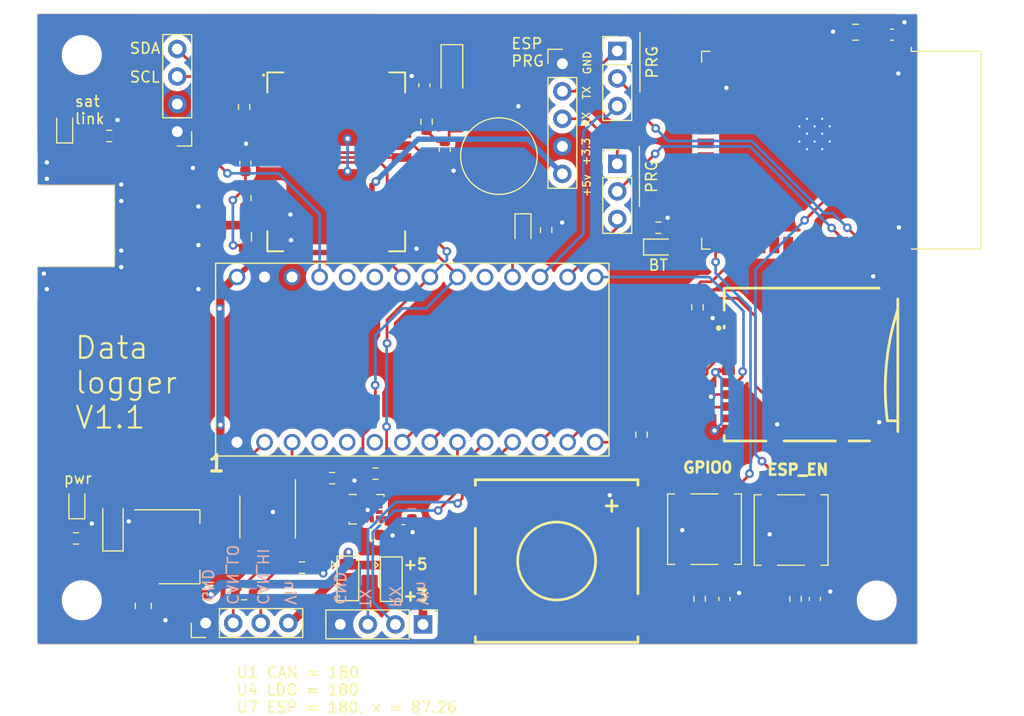
<source format=kicad_pcb>
(kicad_pcb (version 20221018) (generator pcbnew)
  (layers (0 "F.Cu" signal) (31 "B.Cu" signal) (34 "B.Paste" user) (35 "F.Paste" user) (36 "B.SilkS" user "B.Silkscreen") (37 "F.SilkS" user "F.Silkscreen") (38 "B.Mask" user) (39 "F.Mask" user) (44 "Edge.Cuts" user))
  (net 0 "")
  (net 1 "GND")
  (net 2 "/RF")
  (net 3 "BACKUP")
  (net 4 "Net-(C2-Pad2)")
  (net 5 "+5V")
  (net 6 "+3.3V")
  (net 7 "ESP_EN")
  (net 8 "IO0")
  (net 9 "Net-(D1-K)")
  (net 10 "LED1")
  (net 11 "Net-(D2-K)")
  (net 12 "Net-(D3-K)")
  (net 13 "LED2")
  (net 14 "Net-(J1-Pin_1)")
  (net 15 "RX2")
  (net 16 "TX2")
  (net 17 "CAN_LO")
  (net 18 "CAN_HI")
  (net 19 "ESP_RX_OUT")
  (net 20 "U0RXD")
  (net 21 "ESP_RX")
  (net 22 "ESP_TX_OUT")
  (net 23 "U0TXD")
  (net 24 "ESP_TX")
  (net 25 "SPK")
  (net 26 "Net-(U1-Rs)")
  (net 27 "Net-(U3-VCC_RF)")
  (net 28 "Net-(U3-D_SEL)")
  (net 29 "SDA")
  (net 30 "SCL")
  (net 31 "CAN_TX")
  (net 32 "CAN_RX")
  (net 35 "PPS")
  (net 47 "Net-(J2-Pin_4)")
  (net 48 "Net-(D5-K)")
  (net 49 "Net-(D5-A)")
  (net 78 "MISO")
  (net 79 "MOSI")
  (net 80 "CS")
  (net 84 "CLK")
  (net 88 "SD_DET")
  (net 97 "ESP_IO")
  (net 100 "Net-(D4-K)")
  (footprint "Connector_PinHeader_2.54mm:PinHeader_1x03_P2.54mm_Vertical" (layer "F.Cu") (at 70.3586 28.6244)
    (fp_text reference "J3" hide)
    (fp_text value "Conn_01x03" hide)
  )
  (footprint "Resistor_SMD:R_0603_1608Metric" (layer "F.Cu") (at 52.7818 24.7382 90)
    (fp_text reference "R3" hide)
    (fp_text value "1k")
  )
  (footprint "Button_Switch_SMD:SW_SPST_B3SL-1022P" (layer "F.Cu") (at 78.3982 62.3222 90)
    (fp_text reference "S2" hide)
    (fp_text value "TL3342F160QG" hide)
  )
  (footprint "Inductor_SMD:L_0805_2012Metric" (layer "F.Cu") (at 36.0812 35.3439 -90)
    (fp_text reference "L1" hide)
    (fp_text value "27nH")
  )
  (footprint "MountingHole:MountingHole_3.2mm_M3" (layer "F.Cu") (at 94.2766 68.8994)
    (fp_text reference "REF**" hide)
    (fp_text value "MountingHole_3.2mm_M3" hide)
  )
  (footprint "Resistor_SMD:R_0603_1608Metric" (layer "F.Cu") (at 86.7924 68.7574 90)
    (fp_text reference "R10" hide)
    (fp_text value "10k" hide)
  )
  (footprint "Capacitor_SMD:C_0805_2012Metric" (layer "F.Cu") (at 26.6706 69.3914 -90)
    (fp_text reference "C4" hide)
    (fp_text value "10uF")
  )
  (footprint "Resistor_SMD:R_0603_1608Metric" (layer "F.Cu") (at 35.967 23.3666 -90)
    (fp_text reference "R7" hide)
    (fp_text value "10k" hide)
  )
  (footprint "LED_SMD:LED_0603_1608Metric" (layer "F.Cu") (at 61.6718 34.7203 -90)
    (fp_text reference "D3" hide)
    (fp_text value "LED GRN" hide)
  )
  (footprint "Connector_PinHeader_2.54mm:PinHeader_1x05_P2.54mm_Vertical" (layer "F.Cu") (at 65.3 19.39)
    (fp_text reference "J5" hide)
    (fp_text value "Conn_01x05" hide)
  )
  (footprint "Resistor_SMD:R_0603_1608Metric" (layer "F.Cu") (at 77.9532 68.7452 90)
    (fp_text reference "R11" hide)
    (fp_text value "10k" hide)
  )
  (footprint "Capacitor_SMD:C_0603_1608Metric" (layer "F.Cu") (at 95.6824 16.7118)
    (fp_text reference "C7" hide)
    (fp_text value "100nF" hide)
  )
  (footprint "MountingHole:MountingHole_3.2mm_M3" (layer "F.Cu") (at 21 18.59)
    (fp_text reference "REF**" hide)
    (fp_text value "MountingHole_3.2mm_M3" hide)
  )
  (footprint "Package_SO:SOIC-8_3.9x4.9mm_P1.27mm" (layer "F.Cu") (at 38.1336 61.2004 -90)
    (fp_text reference "U1" hide)
    (fp_text value "TJA1050T/CM,118" hide)
  )
  (footprint "Capacitor_SMD:C_0603_1608Metric" (layer "F.Cu") (at 80.2392 68.7582 -90)
    (fp_text reference "C13" hide)
    (fp_text value "100nF" hide)
  )
  (footprint "Buzzer_Beeper:BUZ-SMD_5P-L15.0-W15.0-P13.7-BL" (layer "F.Cu") (at 64.7706 64.8194 180)
    (fp_text reference "LS1" hide)
    (fp_text value "Speaker" hide)
  )
  (footprint "RF_Module:ESP32-WROOM-32D" (layer "F.Cu") (at 88.0166 27.3668 -90)
    (fp_text reference "U7" hide)
    (fp_text value "ESP32-WROOM-32D")
  )
  (footprint "Battery:BatteryHolder_Seiko_MS621F" (layer "F.Cu") (at 59.4486 22.9094 90)
    (fp_text reference "BT1" hide)
    (fp_text value "Battery_Cell" hide)
  )
  (footprint "Capacitor_Tantalum_SMD:CP_EIA-3216-18_Kemet-A" (layer "F.Cu") (at 23.8766 62.0254 90)
    (fp_text reference "C10" hide)
    (fp_text value "C_Polarized_Small_US" hide)
  )
  (footprint "LED_SMD:LED_0603_1608Metric" (layer "F.Cu") (at 19.425 25.2125 90)
    (fp_text reference "D1" hide)
    (fp_text value "LED RED" hide)
  )
  (footprint "Connector_PinHeader_2.54mm:PinHeader_1x04_P2.54mm_Vertical" (layer "F.Cu") (at 29.8 25.65 180)
    (fp_text reference "J6" hide)
    (fp_text value "GPS1" hide)
  )
  (footprint "Diode_SMD:D_SOD-123" (layer "F.Cu") (at 55.1186 19.9894 -90)
    (fp_text reference "D2" hide)
    (fp_text value "D_Schottky" hide)
  )
  (footprint "Button_Switch_SMD:SW_SPST_B3SL-1022P" (layer "F.Cu") (at 86.3804 62.3984 90)
    (fp_text reference "S1" hide)
    (fp_text value "TL3342F160QG" hide)
  )
  (footprint "Resistor_SMD:R_0603_1608Metric" (layer "F.Cu") (at 72.5938 53.6048 -90)
    (fp_text reference "R13" hide)
    (fp_text value "20k")
  )
  (footprint "Package_TO_SOT_SMD:SOT-223-3_TabPin2" (layer "F.Cu") (at 29.9806 63.9474)
    (fp_text reference "U4" hide)
    (fp_text value "LD1117S18TR_SOT223" hide)
  )
  (footprint "Jumper:SolderJumper-3_P1.3mm_Open_Pad1.0x1.5mm" (layer "F.Cu") (at 49.5283 66.9358 -90)
    (fp_text reference "JP1" hide)
    (fp_text value "SolderJumper_3_Open" hide)
  )
  (footprint "Resistor_SMD:R_0603_1608Metric" (layer "F.Cu") (at 41.2954 65.869)
    (fp_text reference "R2" hide)
    (fp_text value "10k")
  )
  (footprint "Connector_PinHeader_2.54mm:PinHeader_1x04_P2.54mm_Vertical" (layer "F.Cu") (at 52.4516 71.1064 -90)
    (fp_text reference "J1" hide)
    (fp_text value "SERIAL1")
  )
  (footprint "Resistor_SMD:R_0603_1608Metric" (layer "F.Cu") (at 36.0812 31.7814 90)
    (fp_text reference "R6" hide)
    (fp_text value "10")
  )
  (footprint "Capacitor_SMD:C_0603_1608Metric" (layer "F.Cu") (at 88.5704 68.7574 -90)
    (fp_text reference "C12" hide)
    (fp_text value "100nF" hide)
  )
  (footprint "Resistor_SMD:R_0603_1608Metric" (layer "F.Cu") (at 44.0772 57.614)
    (fp_text reference "R8" hide)
    (fp_text value "10k" hide)
  )
  (footprint "DEV-15583:MODULE_DEV-15583" (layer "F.Cu") (at 51.8166 46.6838 90)
    (fp_text reference "U6" hide)
    (fp_text value "DEV-15583" hide)
  )
  (footprint "Connector_Card:TF-SMD_TF-013-A" (layer "F.Cu") (at 88.1465 47.2 90)
    (fp_text reference "J7" hide)
    (fp_text value "Micro_SD_Card" hide)
  )
  (footprint "Capacitor_SMD:C_0603_1608Metric" (layer "F.Cu") (at 54.4582 27.329 90)
    (fp_text reference "C1" hide)
    (fp_text value "1uF")
  )
  (footprint "MountingHole:MountingHole_3.2mm_M3" (layer "F.Cu") (at 21 68.8834)
    (fp_text reference "REF**" hide)
    (fp_text value "MountingHole_3.2mm_M3" hide)
  )
  (footprint "Resistor_SMD:R_0603_1608Metric" (layer "F.Cu") (at 63.8054 34.7336 -90)
    (fp_text reference "R4" hide)
    (fp_text value "20k" hide)
  )
  (footprint "Capacitor_SMD:C_0603_1608Metric" (layer "F.Cu") (at 36.0812 28.5294 -90)
    (fp_text reference "C2" hide)
    (fp_text value "47pF")
  )
  (footprint "Resistor_SMD:R_0603_1608Metric" (layer "F.Cu") (at 23.53 26.055 180)
    (fp_text reference "R1" hide)
    (fp_text value "20k" hide)
  )
  (footprint "LED_SMD:LED_0603_1608Metric" (layer "F.Cu") (at 20.55 59.875 90)
    (fp_text reference "D4" hide)
    (fp_text value "LED RED" hide)
  )
  (footprint "Resistor_SMD:R_0603_1608Metric" (layer "F.Cu") (at 77.75 41.85 90)
    (fp_text reference "R14" hide)
    (fp_text value "10k" hide)
  )
  (footprint "Resistor_SMD:R_0603_1608Metric" (layer "F.Cu") (at 48.0772 57.2076 180)
    (fp_text reference "R9" hide)
    (fp_text value "10k" hide)
  )
  (footprint "Package_LGA:LGA-14_3x2.5mm_P0.5mm_LayoutBorder3x4y" (layer "F.Cu") (at 47.25 60.4875)
    (fp_text reference "U2" hide)
    (fp_text value "LSM6DS3" hide)
  )
  (footprint "Resistor_SMD:R_0603_1608Metric" (layer "F.Cu") (at 74.1432 34.5172 180)
    (fp_text reference "R12" hide)
    (fp_text value "20k" hide)
  )
  (footprint "Resistor_SMD:R_0603_1608Metric" (layer "F.Cu") (at 20.475 63.175 180)
    (fp_text reference "R15" hide)
    (fp_text value "20k" hide)
  )
  (footprint "Capacitor_SMD:C_0603_1608Metric" (layer "F.Cu") (at 52.5786 21.3724 -90)
    (fp_text reference "C3" hide)
    (fp_text value "1uF")
  )
  (footprint "RF_Antenna:molex_ 0732519780" (layer "F.Cu") (at 24.02 34.35 -90)
    (fp_text reference "ANT1" hide)
    (fp_text value "U.FL" hide)
  )
  (footprint "Capacitor_SMD:C_0805_2012Metric" (layer "F.Cu") (at 92.3296 16.4832)
    (fp_text reference "C8" hide)
    (fp_text value "10uF" hide)
  )
  (footprint "Resistor_SMD:R_0603_1608Metric" (layer "F.Cu") (at 35.9746 68.3124)
    (fp_text reference "R5" hide)
    (fp_text value "120" hide)
  )
  (footprint "Jumper:SolderJumper-3_P1.3mm_Open_Pad1.0x1.5mm" (layer "F.Cu") (at 45.525 66.8642 -90)
    (fp_text reference "JP2" hide)
    (fp_text value "SolderJumper_3_Open" hide)
  )
  (footprint "Connector_PinHeader_2.54mm:PinHeader_1x04_P2.54mm_Vertical" (layer "F.Cu") (at 32.4186 70.9794 90)
    (fp_text reference "J2" hide)
    (fp_text value "Conn_01x04" hide)
  )
  (footprint "Feather-NEO-M9N-GPS:NEO-M9N" (layer "F.Cu") (at 44.4562 28.4394 180)
    (fp_text reference "U3" hide)
    (fp_text value "NEO-M9N" hide)
  )
  (footprint "Capacitor_SMD:C_0603_1608Metric" (layer "F.Cu") (at 47.675 62.85)
    (fp_text reference "C14" hide)
    (fp_text value "100nF" hide)
  )
  (footprint "Capacitor_SMD:C_0603_1608Metric" (layer "F.Cu") (at 50.65 61.4)
    (fp_text reference "C11" hide)
    (fp_text value "100nF" hide)
  )
  (footprint "LED_SMD:LED_0603_1608Metric" (layer "F.Cu") (at 74.2702 36.2952)
    (fp_text reference "D5" hide)
    (fp_text value "LED BLU" hide)
  )
  (footprint "Connector_PinHeader_2.54mm:PinHeader_1x03_P2.54mm_Vertical" (layer "F.Cu") (at 70.3586 18.2104)
    (fp_text reference "J4" hide)
    (fp_text value "Conn_01x03" hide)
  )
  (gr_line (start 72.45 16.5) (end 72.45 22) (stroke (width 0.12)) (layer "F.SilkS"))
  (gr_line (start 72.4 27.05) (end 72.4 32.55) (stroke (width 0.12)) (layer "F.SilkS"))
  (gr_poly (pts (xy 16.8916 27.6084) (xy 16.893496 30.5874) (xy 24.005496 30.5874) (xy 24.005496 38.0914) (xy 16.893496 38.0914) (xy 16.893496 40.9434) (xy 16.893496 45.2614) (xy 16.893496 72.9474) (xy 98.046496 72.9474) (xy 98.046496 14.7814) (xy 16.87 14.77)) (stroke (width 0.05)) (fill none) (layer "Edge.Cuts"))
  (gr_text "TX\n" (at 46.4826 69.6454 270) (layer "B.SilkS") (effects (font (size 1 1)) (justify left bottom mirror)))
  (gr_text "Vin" (at 51.7866 69.4194 270) (layer "B.SilkS") (effects (font (size 1 1)) (justify left bottom mirror)))
  (gr_text "CAN_HI\n" (at 37.0846 69.3914 270) (layer "B.SilkS") (effects (font (size 1 1)) (justify left bottom mirror)))
  (gr_text "Vin" (at 39.6246 69.3914 270) (layer "B.SilkS") (effects (font (size 1 1)) (justify left bottom mirror)))
  (gr_text "GND\n" (at 32.0046 69.1374 270) (layer "B.SilkS") (effects (font (size 1 1)) (justify left bottom mirror)))
  (gr_text "RX" (at 49.2766 69.6454 270) (layer "B.SilkS") (effects (font (size 1 1)) (justify left bottom mirror)))
  (gr_text "CAN_LO" (at 34.2906 69.3914 -90) (layer "B.SilkS") (effects (font (size 1 1)) (justify left bottom mirror)))
  (gr_text "GND\n" (at 44.1966 69.3914 270) (layer "B.SilkS") (effects (font (size 1 1)) (justify left bottom mirror)))
  (gr_text "GND" (at 68 20.45 90) (layer "F.SilkS") (effects (font (size 0.7 0.7) (thickness 0.125)) (justify left bottom)))
  (gr_text "PRG" (at 60.5 19.725) (layer "F.SilkS") (effects (font (size 1 1)) (justify left bottom)))
  (gr_text "SCL\n" (at 25.325 21.2) (layer "F.SilkS") (effects (font (size 1 1)) (justify left bottom)))
  (gr_text "+3" (at 50.5217 69.0464) (layer "F.SilkS") (effects (font (size 1 1) (thickness 0.24) bold) (justify left bottom)))
  (gr_text "sat\nlink\n" (at 20.275 25.05) (layer "F.SilkS") (effects (font (size 1 1)) (justify left bottom)))
  (gr_text "PRG" (at 74.15 20.85 90) (layer "F.SilkS") (effects (font (size 1 1)) (justify left bottom)))
  (gr_text "BT" (at 73.15 38.55) (layer "F.SilkS") (effects (font (size 1 1)) (justify left bottom)))
  (gr_text "PRG" (at 74.1 31.4 90) (layer "F.SilkS") (effects (font (size 1 1)) (justify left bottom)))
  (gr_text "+3.3\n" (at 67.9 28.85 90) (layer "F.SilkS") (effects (font (size 0.7 0.7) (thickness 0.125)) (justify left bottom)))
  (gr_text "1" (at 32.512 57.15) (layer "F.SilkS") (effects (font (size 1.5 1.5) (thickness 0.3) bold) (justify left bottom)))
  (gr_text "RX\n" (at 67.9 25.3 90) (layer "F.SilkS") (effects (font (size 0.7 0.7) (thickness 0.125)) (justify left bottom)))
  (gr_text "ESP\n" (at 60.5 18.125) (layer "F.SilkS") (effects (font (size 1 1)) (justify left bottom)))
  (gr_text "+5" (at 50.54 66.15) (layer "F.SilkS") (effects (font (size 1 1) (thickness 0.2) bold) (justify left bottom)))
  (gr_text "pwr\n" (at 19.25 58.225) (layer "F.SilkS") (effects (font (size 1 1)) (justify left bottom)))
  (gr_text "+5v" (at 67.95 31.75 90) (layer "F.SilkS") (effects (font (size 0.7 0.7) (thickness 0.125)) (justify left bottom)))
  (gr_text "U1 CAN = 180\nU4 LDO = 180\nU7 ESP = 180, x = 87.26" (at 35.18 79.34) (layer "F.SilkS") (effects (font (size 1 1)) (justify left bottom)))
  (gr_text "Data \nlogger \nV1.1\n" (at 20.25 53.2) (layer "F.SilkS") (effects (font (size 2 2) (thickness 0.2)) (justify left bottom)))
  (gr_text "GPIO0" (at 76.3 57.225) (layer "F.SilkS") (effects (font (size 1 1) (thickness 0.25) bold) (justify left bottom)))
  (gr_text "SDA\n" (at 25.325 18.55) (layer "F.SilkS") (effects (font (size 1 1)) (justify left bottom)))
  (gr_text "TX" (at 67.95 22.75 90) (layer "F.SilkS") (effects (font (size 0.7 0.7) (thickness 0.125)) (justify left bottom)))
  (gr_text "ESP_EN" (at 84.05 57.425) (layer "F.SilkS") (effects (font (size 1 1) (thickness 0.25) bold) (justify left bottom)))
  (segment (start 26.9322 70.4664) (end 28.4562 70.4664) (width 0.25) (layer "F.Cu") (net 1))
  (segment (start 76.353 62.4146) (end 76.3982 62.4598) (width 0.25) (layer "F.Cu") (net 1))
  (segment (start 38.7686 58.7254) (end 38.7686 60.5858) (width 0.25) (layer "F.Cu") (net 1))
  (segment (start 54.4582 28.4466) (end 55.271 29.2594) (width 0.25) (layer "F.Cu") (net 1))
  (segment (start 63.8054 33.9086) (end 65.1526 33.9086) (width 0.25) (layer "F.Cu") (net 1))
  (segment (start 24.355 26.055) (end 24.355 24.6448) (width 0.25) (layer "F.Cu") (net 1))
  (segment (start 36.0812 26.8338) (end 36.1448 26.7702) (width 0.25) (layer "F.Cu") (net 1))
  (segment (start 74.9682 33.6318) (end 75 33.6) (width 0.25) (layer "F.Cu") (net 1))
  (segment (start 65.1526 33.9086) (end 65.2786 34.0346) (width 0.25) (layer "F.Cu") (net 1))
  (segment (start 42.7228 65.869) (end 43.2512 66.3974) (width 0.25) (layer "F.Cu") (net 1))
  (segment (start 51.474 61.4316) (end 51.474 62.574) (width 0.25) (layer "F.Cu") (net 1))
  (segment (start 89.8964 67.9824) (end 89.9928 68.0788) (width 0.25) (layer "F.Cu") (net 1))
  (segment (start 38.4562 33.2394) (end 40.1756 33.2394) (width 0.25) (layer "F.Cu") (net 1))
  (segment (start 80.2392 67.9832) (end 81.3628 67.9832) (width 0.25) (layer "F.Cu") (net 1))
  (segment (start 84.3804 62.7712) (end 84.4048 62.7956) (width 0.25) (layer "F.Cu") (net 1))
  (segment (start 80.5965 42.85) (end 79.15 42.85) (width 0.25) (layer "F.Cu") (net 1))
  (segment (start 95.2465 54.05) (end 95.2465 53.1965) (width 0.25) (layer "F.Cu") (net 1))
  (segment (start 79.2 49.9) (end 79 50.1) (width 0.25) (layer "F.Cu") (net 1))
  (segment (start 96.7498 16.7626) (end 96.7498 15.6444) (width 0.25) (layer "F.Cu") (net 1))
  (segment (start 50.4562 21.4394) (end 50.4926 21.4394) (width 0.25) (layer "F.Cu") (net 1))
  (segment (start 80.3742 21.6568) (end 80.417 21.614) (width 0.25) (layer "F.Cu") (net 1))
  (segment (start 91.471 16.534) (end 90.3484 16.534) (width 0.25) (layer "F.Cu") (net 1))
  (segment (start 38.7686 60.5858) (end 38.6162 60.7382) (width 0.25) (layer "F.Cu") (net 1))
  (segment (start 51.9184 36.3816) (end 51.85 36.45) (width 0.25) (layer "F.Cu") (net 1))
  (segment (start 77.925 42.85) (end 77.75 42.675) (width 0.25) (layer "F.Cu") (net 1))
  (segment (start 42.1204 65.869) (end 42.7228 65.869) (width 0.25) (layer "F.Cu") (net 1))
  (segment (start 54.4582 28.104) (end 54.4582 28.4466) (width 0.25) (layer "F.Cu") (net 1))
  (segment (start 50.8394 35.4394) (end 51.85 36.45) (width 0.25) (layer "F.Cu") (net 1))
  (segment (start 80.5965 49.9) (end 79.2 49.9) (width 0.25) (layer "F.Cu") (net 1))
  (segment (start 84.8965 54.05) (end 84.8965 52.8535) (width 0.25) (layer "F.Cu") (net 1))
  (segment (start 25.332 61.6018) (end 25.2864 61.6474) (width 0.25) (layer "F.Cu") (net 1))
  (segment (start 25.332 61.6018) (end 24.803 61.6018) (width 0.25) (layer "F.Cu") (net 1))
  (segment (start 84.3804 65.2784) (end 84.3804 62.82) (width 0.25) (layer "F.Cu") (net 1))
  (segment (start 81.3628 67.9832) (end 81.5854 68.2058) (width 0.25) (layer "F.Cu") (net 1))
  (segment (start 26.8306 61.6474) (end 25.3776 61.6474) (width 0.25) (layer "F.Cu") (net 1))
  (segment (start 21.3 62.425) (end 21.925 61.8) (width 0.25) (layer "F.Cu") (net 1))
  (segment (start 88.5704 67.9824) (end 89.8964 67.9824) (width 0.25) (layer "F.Cu") (net 1))
  (segment (start 40.1756 33.2394) (end 40.2342 33.298) (width 0.25) (layer "F.Cu") (net 1))
  (segment (start 52.7182 20.6554) (end 51.5438 20.6554) (width 0.25) (layer "F.Cu") (net 1))
  (segment (start 28.4562 70.4664) (end 28.7102 70.7204) (width 0.25) (layer "F.Cu") (net 1))
  (segment (start 74.9682 34.5172) (end 74.9682 33.6318) (width 0.25) (layer "F.Cu") (net 1))
  (segment (start 50.4926 21.4394) (end 51.4102 20.5218) (width 0.25) (layer "F.Cu") (net 1))
  (segment (start 95.2465 53.1965) (end 94.5 52.45) (width 0.25) (layer "F.Cu") (net 1))
  (segment (start 96.2666 18.6168) (end 96.2666 20.2932) (width 0.25) (layer "F.Cu") (net 1))
  (segment (start 25.3776 61.6474) (end 25.332 61.6018) (width 0.25) (layer "F.Cu") (net 1))
  (segment (start 76.3982 62.3694) (end 76.353 62.4146) (width 0.25) (layer "F.Cu") (net 1))
  (segment (start 48.5 62.9) (end 48.45 62.85) (width 0.25) (layer "F.Cu") (net 1))
  (segment (start 24.803 61.6018) (end 23.8766 60.6754) (width 0.25) (layer "F.Cu") (net 1))
  (segment (start 40.0642 35.4394) (end 40.285 35.6602) (width 0.25) (layer "F.Cu") (net 1))
  (segment (start 47.75 61.4) (end 47.75 60.95) (width 0.25) (layer "F.Cu") (net 1))
  (segment (start 60.8336 22.9094) (end 61.24 23.3158) (width 0.25) (layer "F.Cu") (net 1))
  (segment (start 38.4562 35.4394) (end 40.0642 35.4394) (width 0.25) (layer "F.Cu") (net 1))
  (segment (start 96.2666 34.5426) (end 96.3174 34.4918) (width 0.25) (layer "F.Cu") (net 1))
  (segment (start 95.6965 40.35) (end 95.3 40.35) (width 0.25) (layer "F.Cu") (net 1))
  (segment (start 84.8965 52.8535) (end 85.1 52.65) (width 0.25) (layer "F.Cu") (net 1))
  (segment (start 47.75 60.95) (end 47.35 60.55) (width 0.25) (layer "F.Cu") (net 1))
  (segment (start 49.65 62.9) (end 48.5 62.9) (width 0.25) (layer "F.Cu") (net 1))
  (segment (start 76.3982 62.4598) (end 76.3982 65.2022) (width 0.25) (layer "F.Cu") (net 1))
  (segment (start 71.6206 59.8194) (end 70.3016 59.8194) (width 0.25) (layer "F.Cu") (net 1))
  (segment (start 96.2666 36.1168) (end 96.2666 34.5426) (width 0.25) (layer "F.Cu") (net 1))
  (segment (start 78.5066 21.6568) (end 80.3742 21.6568) (width 0.25) (layer "F.Cu") (net 1))
  (segment (start 84.3804 62.82) (end 84.4048 62.7956) (width 0.25) (layer "F.Cu") (net 1))
  (segment (start 50.4562 35.4394) (end 50.8394 35.4394) (width 0.25) (layer "F.Cu") (net 1))
  (segment (start 90.3484 16.534) (end 90.2468 16.4324) (width 0.25) (layer "F.Cu") (net 1))
  (segment (start 21.3 63.175) (end 21.3 62.425) (width 0.25) (layer "F.Cu") (net 1))
  (segment (start 47.25 61.4) (end 47.75 61.4) (width 0.25) (layer "F.Cu") (net 1))
  (segment (start 36.0812 27.7544) (end 36.0812 26.8338) (width 0.25) (layer "F.Cu") (net 1))
  (segment (start 76.3982 59.4422) (end 76.3982 62.3694) (width 0.25) (layer "F.Cu") (net 1))
  (segment (start 24.355 24.6448) (end 24.292 24.5818) (width 0.25) (layer "F.Cu") (net 1))
  (segment (start 84.3804 59.5184) (end 84.3804 62.7712) (width 0.25) (layer "F.Cu") (net 1))
  (segment (start 96.7498 15.6444) (end 96.8254 15.5688) (width 0.25) (layer "F.Cu") (net 1))
  (segment (start 70.3016 59.8194) (end 69.6678 59.1856) (width 0.25) (layer "F.Cu") (net 1))
  (segment (start 60.1986 22.9094) (end 60.8336 22.9094) (width 0.25) (layer "F.Cu") (net 1))
  (segment (start 95.3 40.35) (end 93.95 39) (width 0.25) (layer "F.Cu") (net 1))
  (segment (start 79.15 42.85) (end 77.925 42.85) (width 0.25) (layer "F.Cu") (net 1))
  (segment (start 51.5438 20.6554) (end 51.4102 20.5218) (width 0.25) (layer "F.Cu") (net 1))
  (via (at 51.5 62.6) (size 0.8) (drill 0.4) (layers "F.Cu" "B.Cu") (net 1))
  (via (at 65.2786 34.0346) (size 0.8) (drill 0.4) (layers "F.Cu" "B.Cu") (net 1))
  (via (at 96.2666 20.2932) (size 0.8) (drill 0.4) (layers "F.Cu" "B.Cu") (net 1))
  (via (at 49.65 62.9) (size 0.8) (drill 0.4) (layers "F.Cu" "B.Cu") (net 1))
  (via (at 17.7806 40.1814) (size 0.8) (drill 0.4) (layers "F.Cu" "B.Cu") (net 1))
  (via (at 31.7506 40.1814) (size 0.8) (drill 0.4) (layers "F.Cu" "B.Cu") (net 1))
  (via (at 79 50.1) (size 0.8) (drill 0.4) (layers "F.Cu" "B.Cu") (net 1))
  (via (at 93.95 39) (size 0.8) (drill 0.4) (layers "F.Cu" "B.Cu") (net 1))
  (via (at 24.6386 38.1494) (size 0.8) (drill 0.4) (layers "F.Cu" "B.Cu") (net 1))
  (via (at 36.1448 26.7702) (size 0.8) (drill 0.4) (layers "F.Cu" "B.Cu") (net 1))
  (via (at 81.5854 68.2058) (size 0.8) (drill 0.4) (layers "F.Cu" "B.Cu") (net 1))
  (via (at 51.85 36.45) (size 0.8) (drill 0.4) (layers "F.Cu" "B.Cu") (net 1))
  (via (at 51.4102 20.5218) (size 0.8) (drill 0.4) (layers "F.Cu" "B.Cu") (net 1))
  (via (at 24.6386 30.5294) (size 0.8) (drill 0.4) (layers "F.Cu" "B.Cu") (net 1))
  (via (at 84.4048 62.7956) (size 0.8) (drill 0.4) (layers "F.Cu" "B.Cu") (net 1))
  (via (at 21.925 61.8) (size 0.8) (drill 0.4) (layers "F.Cu" "B.Cu") (net 1))
  (via (at 96.8254 15.5688) (size 0.8) (drill 0.4) (layers "F.Cu" "B.Cu") (net 1))
  (via (at 69.6678 59.1856) (size 0.8) (drill 0.4) (layers "F.Cu" "B.Cu") (net 1))
  (via (at 24.6386 36.6254) (size 0.8) (drill 0.4) (layers "F.Cu" "B.Cu") (net 1))
  (via (at 94.5 52.45) (size 0.8) (drill 0.4) (layers "F.Cu" "B.Cu") (net 1))
  (via (at 40.2342 33.298) (size 0.8) (drill 0.4) (layers "F.Cu" "B.Cu") (net 1))
  (via (at 38.6162 60.7382) (size 0.8) (drill 0.4) (layers "F.Cu" "B.Cu") (net 1))
  (via (at 61.24 23.3158) (size 0.8) (drill 0.4) (layers "F.Cu" "B.Cu") (net 1))
  (via (at 40.285 35.6602) (size 0.8) (drill 0.4) (layers "F.Cu" "B.Cu") (net 1))
  (via (at 24.6386 32.0534) (size 0.8) (drill 0.4) (layers "F.Cu" "B.Cu") (net 1))
  (via (at 28.7102 70.7204) (size 0.8) (drill 0.4) (layers "F.Cu" "B.Cu") (net 1))
  (via (at 96.3174 34.4918) (size 0.8) (drill 0.4) (layers "F.Cu" "B.Cu") (net 1))
  (via (at 79.15 42.85) (size 0.8) (drill 0.4) (layers "F.Cu" "B.Cu") (net 1))
  (via (at 17.5 38.75) (size 0.8) (drill 0.4) (layers "F.Cu" "B.Cu") (net 1))
  (via (at 90.2468 16.4324) (size 0.8) (drill 0.4) (layers "F.Cu" "B.Cu") (net 1))
  (via (at 43.2512 66.3974) (size 0.8) (drill 0.4) (layers "F.Cu" "B.Cu") (net 1))
  (via (at 75 33.6) (size 0.8) (drill 0.4) (layers "F.Cu" "B.Cu") (net 1))
  (via (at 47.35 60.55) (size 0.8) (drill 0.4) (layers "F.Cu" "B.Cu") (net 1))
  (via (at 31.7506 36.1174) (size 0.8) (drill 0.4) (layers "F.Cu" "B.Cu") (net 1))
  (via (at 85.1 52.65) (size 0.8) (drill 0.4) (layers "F.Cu" "B.Cu") (net 1))
  (via (at 80.417 21.614) (size 0.8) (drill 0.4) (layers "F.Cu" "B.Cu") (net 1))
  (via (at 25.332 61.6018) (size 0.8) (drill 0.4) (layers "F.Cu" "B.Cu") (net 1))
  (via (at 31.2426 29.0054) (size 0.8) (drill 0.4) (layers "F.Cu" "B.Cu") (net 1))
  (via (at 76.353 62.4146) (size 0.8) (drill 0.4) (layers "F.Cu" "B.Cu") (net 1))
  (via (at 89.9928 68.0788) (size 0.8) (drill 0.4) (layers "F.Cu" "B.Cu") (net 1))
  (via (at 46.1346 57.8426) (size 0.8) (drill 0.4) (layers "F.Cu" "B.Cu") (net 1))
  (via (at 55.271 29.2594) (size 0.8) (drill 0.4) (layers "F.Cu" "B.Cu") (net 1))
  (via (at 17.7806 30) (size 0.8) (drill 0.4) (layers "F.Cu" "B.Cu") (net 1))
  (via (at 17.7806 28.4974) (size 0.8) (drill 0.4) (layers "F.Cu" "B.Cu") (net 1))
  (via (at 31.7506 32.5614) (size 0.8) (drill 0.4) (layers "F.Cu" "B.Cu") (net 1))
  (via (at 24.292 24.5818) (size 0.8) (drill 0.4) (layers "F.Cu" "B.Cu") (net 1))
  (segment (start 34.1746 34.3394) (end 25.1466 34.3394) (width 0.8) (layer "F.Cu") (net 2))
  (segment (start 36.0812 34.2814) (end 34.2326 34.2814) (width 0.8) (layer "F.Cu") (net 2))
  (segment (start 34.2326 34.2814) (end 34.1746 34.3394) (width 0.8) (layer "F.Cu") (net 2))
  (segment (start 36.1392 34.3394) (end 36.0812 34.2814) (width 0.25) (layer "F.Cu") (net 2))
  (segment (start 38.4562 34.3394) (end 36.1392 34.3394) (width 0.5) (layer "F.Cu") (net 2))
  (segment (start 51.9818 23.989) (end 51.6322 23.6394) (width 0.25) (layer "F.Cu") (net 3))
  (segment (start 54.4582 26.554) (end 53.7726 26.554) (width 0.25) (layer "F.Cu") (net 3))
  (segment (start 51.9818 24.7632) (end 51.9818 23.989) (width 0.25) (layer "F.Cu") (net 3))
  (segment (start 54.8646 25.6018) (end 54.8646 26.1476) (width 0.25) (layer "F.Cu") (net 3))
  (segment (start 54.8646 26.1476) (end 54.4582 26.554) (width 0.25) (layer "F.Cu") (net 3))
  (segment (start 51.6322 23.6394) (end 50.4562 23.6394) (width 0.25) (layer "F.Cu") (net 3))
  (segment (start 53.7726 26.554) (end 52.7818 25.5632) (width 0.25) (layer "F.Cu") (net 3))
  (segment (start 52.7818 25.5632) (end 51.9818 24.7632) (width 0.25) (layer "F.Cu") (net 3))
  (segment (start 56.0062 25.6018) (end 54.8646 25.6018) (width 0.25) (layer "F.Cu") (net 3))
  (segment (start 58.6986 22.9094) (end 56.0062 25.6018) (width 0.25) (layer "F.Cu") (net 3))
  (segment (start 36.0812 30.9564) (end 35.9464 30.9564) (width 0.25) (layer "F.Cu") (net 4))
  (segment (start 36.0812 29.3044) (end 36.0812 30.9564) (width 0.25) (layer "F.Cu") (net 4))
  (segment (start 35.8176 36.1428) (end 36.0812 36.4064) (width 0.25) (layer "F.Cu") (net 4))
  (segment (start 35.9464 30.9564) (end 34.9256 31.9772) (width 0.25) (layer "F.Cu") (net 4))
  (segment (start 34.951 36.1428) (end 35.8176 36.1428) (width 0.25) (layer "F.Cu") (net 4))
  (via (at 34.951 36.1428) (size 0.8) (drill 0.4) (layers "F.Cu" "B.Cu") (net 4))
  (via (at 34.9256 31.9772) (size 0.8) (drill 0.4) (layers "F.Cu" "B.Cu") (net 4))
  (segment (start 34.9256 36.1174) (end 34.951 36.1428) (width 0.25) (layer "B.Cu") (net 4))
  (segment (start 34.9256 31.9772) (end 34.9256 36.1174) (width 0.25) (layer "B.Cu") (net 4))
  (segment (start 33.7572 53.8366) (end 33.7572 52.78) (width 0.8) (layer "F.Cu") (net 5))
  (segment (start 33.7572 40.4608) (end 35.3066 38.9114) (width 0.8) (layer "F.Cu") (net 5))
  (segment (start 29.4619 65.2581) (end 29.4619 58.1319) (width 0.8) (layer "F.Cu") (net 5))
  (segment (start 45.525 65.5642) (end 45.525 64.505) (width 0.8) (layer "F.Cu") (net 5))
  (segment (start 26.8306 67.1898) (end 27.1862 67.5454) (width 0.8) (layer "F.Cu") (net 5))
  (segment (start 45.525 64.505) (end 45.6 64.43) (width 0.8) (layer "F.Cu") (net 5))
  (segment (start 33.7572 42.01) (end 33.7066 41.9594) (width 0.8) (layer "F.Cu") (net 5))
  (segment (start 26.8306 66.2474) (end 26.8306 67.1898) (width 0.8) (layer "F.Cu") (net 5))
  (segment (start 47.75 33.65) (end 47.75 30.6) (width 0.5) (layer "F.Cu") (net 5))
  (segment (start 26.8814 68.4084) (end 26.8306 68.3576) (width 0.8) (layer "F.Cu") (net 5))
  (segment (start 26.8306 68.028) (end 26.8814 68.0788) (width 0.25) (layer "F.Cu") (net 5))
  (segment (start 33.7066 41.9594) (end 33.7572 41.9088) (width 0.8) (layer "F.Cu") (net 5))
  (segment (start 27.1862 67.5454) (end 28.4306 66.301) (width 0.8) (layer "F.Cu") (net 5))
  (segment (start 27.1862 67.5454) (end 27.9736 68.3328) (width 0.8) (layer "F.Cu") (net 5))
  (segment (start 45.9 36.8) (end 47.75 34.95) (width 0.5) (layer "F.Cu") (net 5))
  (segment (start 45.5966 65.6358) (end 45.525 65.5642) (width 0.8) (layer "F.Cu") (net 5))
  (segment (start 29.4619 58.1319) (end 33.7572 53.8366) (width 0.8) (layer "F.Cu") (net 5))
  (segment (start 26.8306 68.3576) (end 26.8306 68.028) (width 0.8) (layer "F.Cu") (net 5))
  (segment (start 28.4306 66.301) (end 28.4306 66.2894) (width 0.8) (layer "F.Cu") (net 5))
  (segment (start 47.75 34.95) (end 47.75 33.65) (width 0.5) (layer "F.Cu") (net 5))
  (segment (start 37.5704 36.8) (end 45.9 36.8) (width 0.5) (layer "F.Cu") (net 5))
  (segment (start 35.3066 39.0638) (end 37.5704 36.8) (width 0.5) (layer "F.Cu") (net 5))
  (segment (start 47.75 30.6) (end 48.1 30.25) (width 0.5) (layer "F.Cu") (net 5))
  (segment (start 49.4567 65.5642) (end 49.5283 65.6358) (width 0.8) (layer "F.Cu") (net 5))
  (segment (start 27.9736 68.3328) (end 32.9012 68.3328) (width 0.8) (layer "F.Cu") (net 5))
  (segment (start 49.5283 65.6358) (end 45.5966 65.6358) (width 0.8) (layer "F.Cu") (net 5))
  (segment (start 28.4306 66.2894) (end 29.4619 65.2581) (width 0.8) (layer "F.Cu") (net 5))
  (segment (start 33.7572 41.9088) (end 33.7572 40.4608) (width 0.8) (layer "F.Cu") (net 5))
  (via (at 48.1 30.25) (size 0.8) (drill 0.4) (layers "F.Cu" "B.Cu") (net 5))
  (via (at 32.9012 68.3328) (size 0.8) (drill 0.4) (layers "F.Cu" "B.Cu") (net 5))
  (via (at 33.7066 41.9594) (size 0.8) (drill 0.4) (layers "F.Cu" "B.Cu") (net 5))
  (via (at 45.6 64.43) (size 0.8) (drill 0.4) (layers "F.Cu" "B.Cu") (net 5))
  (via (at 33.7866 52.6994) (size 0.8) (drill 0.4) (layers "F.Cu" "B.Cu") (net 5))
  (segment (start 45.6 65.462814) (end 45.6 64.43) (width 0.8) (layer "B.Cu") (net 5))
  (segment (start 52 26.35) (end 62.1 26.35) (width 0.5) (layer "B.Cu") (net 5))
  (segment (start 43.46 67.3974) (end 43.665414 67.3974) (width 0.8) (layer "B.Cu") (net 5))
  (segment (start 32.9012 68.3328) (end 33.8366 67.3974) (width 0.8) (layer "B.Cu") (net 5))
  (segment (start 33.8366 67.3974) (end 43.46 67.3974) (width 0.8) (layer "B.Cu") (net 5))
  (segment (start 43.665414 67.3974) (end 45.6 65.462814) (width 0.8) (layer "B.Cu") (net 5))
  (segment (start 33.7572 52.5388) (end 33.7572 42.01) (width 0.8) (layer "B.Cu") (net 5))
  (segment (start 62.1 26.35) (end 65.3 29.55) (width 0.5) (layer "B.Cu") (net 5))
  (segment (start 48.1 30.25) (end 52 26.35) (width 0.5) (layer "B.Cu") (net 5))
  (segment (start 94.9074 16.7118) (end 93.5082 16.7118) (width 0.25) (layer "F.Cu") (net 6))
  (segment (start 80.5965 47.7) (end 79.55 47.7) (width 0.25) (layer "F.Cu") (net 6))
  (segment (start 79.55 47.7) (end 79.4 47.85) (width 0.25) (layer "F.Cu") (net 6))
  (segment (start 48.4125 61.2375) (end 49.7125 61.2375) (width 0.25) (layer "F.Cu") (net 6))
  (segment (start 93.5082 16.7118) (end 93.2796 16.4832) (width 0.25) (layer "F.Cu") (net 6))
  (segment (start 93.2796 15.6602) (end 93.5488 15.391) (width 0.25) (layer "F.Cu") (net 6))
  (segment (start 50.4562 22.5394) (end 52.3842 22.5394) (width 0.25) (layer "F.Cu") (net 6))
  (segment (start 79.325 53.225) (end 80.4215 53.225) (width 0.25) (layer "F.Cu") (net 6))
  (segment (start 52.3842 22.5394) (end 52.7182 22.2054) (width 0.25) (layer "F.Cu") (net 6))
  (segment (start 94.9712 16.534) (end 95.1998 16.7626) (width 0.25) (layer "F.Cu") (net 6))
  (segment (start 54.1726 22.2054) (end 54.9916 21.3864) (width 0.25) (layer "F.Cu") (net 6))
  (segment (start 24.3146 63.9474) (end 23.7826 63.4154) (width 0.25) (layer "F.Cu") (net 6))
  (segment (start 94.9966 18.6168) (end 94.9966 16.9658) (width 0.25) (layer "F.Cu") (net 6))
  (segment (start 93.2796 16.4832) (end 93.2796 15.6602) (width 0.25) (layer "F.Cu") (net 6))
  (segment (start 26.8306 63.9474) (end 24.3146 63.9474) (width 0.25) (layer "F.Cu") (net 6))
  (segment (start 80.4215 53.225) (end 80.5965 53.05) (width 0.25) (layer "F.Cu") (net 6))
  (segment (start 94.4886 16.28) (end 95.0474 15.7212) (width 0.25) (layer "F.Cu") (net 6))
  (segment (start 94.9966 16.9658) (end 95.1998 16.7626) (width 0.25) (layer "F.Cu") (net 6))
  (segment (start 49.7125 61.2375) (end 49.875 61.4) (width 0.25) (layer "F.Cu") (net 6))
  (segment (start 52.7182 22.2054) (end 54.1726 22.2054) (width 0.25) (layer "F.Cu") (net 6))
  (segment (start 46.75 61.4) (end 46.75 62.7) (width 0.25) (layer "F.Cu") (net 6))
  (segment (start 46.75 62.7) (end 46.9 62.85) (width 0.25) (layer "F.Cu") (net 6))
  (via (at 45.5 29.3) (size 0.8) (drill 0.4) (layers "F.Cu" "B.Cu") (net 6))
  (via (at 45.5 26.3) (size 0.8) (drill 0.4) (layers "F.Cu" "B.Cu") (net 6))
  (via (at 79.4 47.85) (size 0.8) (drill 0.4) (layers "F.Cu" "B.Cu") (net 6))
  (via (at 79.325 53.225) (size 0.8) (drill 0.4) (layers "F.Cu" "B.Cu") (net 6))
  (segment (start 45.5 26.3) (end 45.5 29.3) (width 0.25) (layer "B.Cu") (net 6))
  (segment (start 79.975 52.575) (end 79.325 53.225) (width 0.25) (layer "B.Cu") (net 6))
  (segment (start 79.4 47.85) (end 79.975 48.425) (width 0.25) (layer "B.Cu") (net 6))
  (segment (start 79.975 48.425) (end 79.975 52.575) (width 0.25) (layer "B.Cu") (net 6))
  (segment (start 84.8494 57.1994) (end 83.7 56.05) (width 0.25) (layer "F.Cu") (net 7))
  (segment (start 88.3804 65.2784) (end 87.7704 65.8884) (width 0.25) (layer "F.Cu") (net 7))
  (segment (start 87.7704 68.7324) (end 88.5704 69.5324) (width 0.25) (layer "F.Cu") (net 7))
  (segment (start 87.6306 57.1994) (end 84.8494 57.1994) (width 0.25) (layer "F.Cu") (net 7))
  (segment (start 93.7266 18.6168) (end 93.7266 27.7354) (width 0.25) (layer "F.Cu") (net 7))
  (segment (start 88.3804 59.5184) (end 88.3804 57.9492) (width 0.25) (layer "F.Cu") (net 7))
  (segment (start 93.7266 27.7354) (end 87.6306 33.8314) (width 0.25) (layer "F.Cu") (net 7))
  (segment (start 87.7704 65.8884) (end 87.7704 68.7324) (width 0.25) (layer "F.Cu") (net 7))
  (segment (start 88.3804 57.9492) (end 87.6306 57.1994) (width 0.25) (layer "F.Cu") (net 7))
  (segment (start 88.3804 59.5184) (end 88.3804 65.2784) (width 0.25) (layer "F.Cu") (net 7))
  (segment (start 88.5704 69.5324) (end 86.8424 69.5324) (width 0.25) (layer "F.Cu") (net 7))
  (segment (start 86.8424 69.5324) (end 86.7924 69.5824) (width 0.25) (layer "F.Cu") (net 7))
  (via (at 87.6306 33.8314) (size 0.8) (drill 0.4) (layers "F.Cu" "B.Cu") (net 7))
  (via (at 83.7 56.05) (size 0.8) (drill 0.4) (layers "F.Cu" "B.Cu") (net 7))
  (segment (start 83.1 40.2406) (end 83.1 38.362) (width 0.25) (layer "B.Cu") (net 7))
  (segment (start 83.7 56.05) (end 83.0906 55.4406) (width 0.25) (layer "B.Cu") (net 7))
  (segment (start 83.1 38.362) (end 87.6306 33.8314) (width 0.25) (layer "B.Cu") (net 7))
  (segment (start 83.0906 55.4406) (end 83.0906 40.25) (width 0.25) (layer "B.Cu") (net 7))
  (segment (start 83.0906 40.25) (end 83.1 40.2406) (width 0.25) (layer "B.Cu") (net 7))
  (segment (start 80.3982 65.2022) (end 79.1978 66.4026) (width 0.25) (layer "F.Cu") (net 8))
  (segment (start 80.3982 59.4422) (end 80.3982 65.2022) (width 0.25) (layer "F.Cu") (net 8))
  (segment (start 79.425 36.4484) (end 79.7566 36.1168) (width 0.25) (layer "F.Cu") (net 8))
  (segment (start 77.9532 69.5702) (end 79.1978 69.5702) (width 0.25) (layer "F.Cu") (net 8))
  (segment (start 80.2022 69.5702) (end 80.2392 69.5332) (width 0.25) (layer "F.Cu") (net 8))
  (segment (start 80.3982 59.4422) (end 82.5506 57.2898) (width 0.25) (layer "F.Cu") (net 8))
  (segment (start 79.1978 66.4026) (end 79.1978 69.5702) (width 0.25) (layer "F.Cu") (net 8))
  (segment (start 79.1978 69.5702) (end 80.2022 69.5702) (width 0.25) (layer "F.Cu") (net 8))
  (segment (start 82.5506 57.2898) (end 82.5506 57.1994) (width 0.25) (layer "F.Cu") (net 8))
  (segment (start 79.425 37.675) (end 79.425 36.4484) (width 0.25) (layer "F.Cu") (net 8))
  (via (at 79.425 37.675) (size 0.8) (drill 0.4) (layers "F.Cu" "B.Cu") (net 8))
  (via (at 82.5506 57.1994) (size 0.8) (drill 0.4) (layers "F.Cu" "B.Cu") (net 8))
  (segment (start 82.6406 57.1998) (end 82.6406 41.925) (width 0.25) (layer "B.Cu") (net 8))
  (segment (start 79.425 38.7094) (end 79.425 37.675) (width 0.25) (layer "B.Cu") (net 8))
  (segment (start 82.641 57.1994) (end 82.6406 57.1998) (width 0.25) (layer "B.Cu") (net 8))
  (segment (start 82.5506 57.1994) (end 82.641 57.1994) (width 0.25) (layer "B.Cu") (net 8))
  (segment (start 82.6406 41.925) (end 79.425 38.7094) (width 0.25) (layer "B.Cu") (net 8))
  (segment (start 22.705 26.055) (end 19.48 26.055) (width 0.25) (layer "F.Cu") (net 9))
  (segment (start 19.48 26.055) (end 19.425 26) (width 0.25) (layer "F.Cu") (net 9))
  (segment (start 19.425 24.425) (end 18.55 24.425) (width 0.25) (layer "F.Cu") (net 10))
  (segment (start 32.125 27.2) (end 33.85 28.925) (width 0.25) (layer "F.Cu") (net 10))
  (segment (start 18.4 26.95) (end 18.65 27.2) (width 0.25) (layer "F.Cu") (net 10))
  (segment (start 18.65 27.2) (end 32.125 27.2) (width 0.25) (layer "F.Cu") (net 10))
  (segment (start 18.55 24.425) (end 18.4 24.575) (width 0.25) (layer "F.Cu") (net 10))
  (segment (start 33.85 28.925) (end 34.425 29.5) (width 0.25) (layer "F.Cu") (net 10))
  (segment (start 18.4 24.575) (end 18.4 26.95) (width 0.25) (layer "F.Cu") (net 10))
  (via (at 34.425 29.5) (size 0.8) (drill 0.4) (layers "F.Cu" "B.Cu") (net 10))
  (segment (start 34.425 29.5) (end 39.15 29.5) (width 0.25) (layer "B.Cu") (net 10))
  (segment (start 39.15 29.5) (end 42.9266 33.2766) (width 0.25) (layer "B.Cu") (net 10))
  (segment (start 42.9266 33.2766) (end 42.9266 39.0638) (width 0.25) (layer "B.Cu") (net 10))
  (segment (start 56.1346 22.6554) (end 54.8768 23.9132) (width 0.25) (layer "F.Cu") (net 11))
  (segment (start 56.1346 19.3554) (end 56.1346 22.6554) (width 0.25) (layer "F.Cu") (net 11))
  (segment (start 55.1186 18.3394) (end 56.1346 19.3554) (width 0.25) (layer "F.Cu") (net 11))
  (segment (start 54.8768 23.9132) (end 52.7818 23.9132) (width 0.25) (layer "F.Cu") (net 11))
  (segment (start 63.8054 35.5586) (end 63.2976 35.5586) (width 0.25) (layer "F.Cu") (net 12))
  (segment (start 63.2976 35.5586) (end 61.6718 33.9328) (width 0.25) (layer "F.Cu") (net 12))
  (segment (start 60.7066 38.9114) (end 60.7066 36.473) (width 0.25) (layer "F.Cu") (net 13))
  (segment (start 60.7066 36.473) (end 61.6718 35.5078) (width 0.25) (layer "F.Cu") (net 13))
  (segment (start 51.0783 66.9358) (end 49.5283 66.9358) (width 0.8) (layer "F.Cu") (net 14))
  (segment (start 52.4516 71.1064) (end 52.4516 68.3091) (width 0.8) (layer "F.Cu") (net 14))
  (segment (start 52.4516 68.3091) (end 51.0783 66.9358) (width 0.8) (layer "F.Cu") (net 14))
  (segment (start 55.6266 58.8234) (end 55.6266 54.3038) (width 0.25) (layer "F.Cu") (net 15))
  (segment (start 53.85 60.6) (end 55.6266 58.8234) (width 0.25) (layer "F.Cu") (net 15))
  (via (at 53.85 60.6) (size 0.8) (drill 0.4) (layers "F.Cu" "B.Cu") (net 15))
  (segment (start 47.8216 62.614796) (end 49.518198 60.918198) (width 0.25) (layer "B.Cu") (net 15))
  (segment (start 53.85 60.6) (end 49.836396 60.6) (width 0.25) (layer "B.Cu") (net 15))
  (segment (start 49.836396 60.6) (end 49.518198 60.918198) (width 0.25) (layer "B.Cu") (net 15))
  (segment (start 49.9116 71.1064) (end 47.8216 69.0164) (width 0.25) (layer "B.Cu") (net 15))
  (segment (start 47.8216 69.0164) (end 47.8216 62.614796) (width 0.25) (layer "B.Cu") (net 15))
  (segment (start 56.0766 59.4734) (end 55.6 59.95) (width 0.25) (layer "F.Cu") (net 16))
  (segment (start 58.1666 54.3038) (end 56.0766 56.3938) (width 0.25) (layer "F.Cu") (net 16))
  (segment (start 56.0766 56.3938) (end 56.0766 59.4734) (width 0.25) (layer "F.Cu") (net 16))
  (via (at 55.65 59.95) (size 0.8) (drill 0.4) (layers "F.Cu" "B.Cu") (net 16))
  (segment (start 55.525 59.825) (end 49.925 59.825) (width 0.25) (layer "B.Cu") (net 16))
  (segment (start 49.925 59.825) (end 49.5 60.25) (width 0.25) (layer "B.Cu") (net 16))
  (segment (start 47.3716 62.4284) (end 47.3716 71.1064) (width 0.25) (layer "B.Cu") (net 16))
  (segment (start 49.5 60.25) (end 48.1 61.65) (width 0.25) (layer "B.Cu") (net 16))
  (segment (start 55.65 59.95) (end 55.525 59.825) (width 0.25) (layer "B.Cu") (net 16))
  (segment (start 48.1 61.7) (end 47.3716 62.4284) (width 0.25) (layer "B.Cu") (net 16))
  (segment (start 48.1 61.65) (end 48.1 61.7) (width 0.25) (layer "B.Cu") (net 16))
  (segment (start 34.9586 68.5034) (end 34.9586 70.9794) (width 0.25) (layer "F.Cu") (net 17))
  (segment (start 37.4986 65.9634) (end 35.1496 68.3124) (width 0.25) (layer "F.Cu") (net 17))
  (segment (start 35.1496 68.3124) (end 34.9586 68.5034) (width 0.25) (layer "F.Cu") (net 17))
  (segment (start 37.4986 63.6754) (end 37.4986 65.9634) (width 0.25) (layer "F.Cu") (net 17))
  (segment (start 38.7686 63.6754) (end 38.7686 66.3434) (width 0.25) (layer "F.Cu") (net 18))
  (segment (start 37.4986 69.0114) (end 37.4986 70.9794) (width 0.25) (layer "F.Cu") (net 18))
  (segment (start 38.7686 66.3434) (end 36.7996 68.3124) (width 0.25) (layer "F.Cu") (net 18))
  (segment (start 36.7996 68.3124) (end 37.4986 69.0114) (width 0.25) (layer "F.Cu") (net 18))
  (segment (start 67.53 24.47) (end 65.3 24.47) (width 0.25) (layer "F.Cu") (net 19))
  (segment (start 70.3586 28.6244) (end 70.3586 27.2586) (width 0.25) (layer "F.Cu") (net 19))
  (segment (start 70.3586 27.2586) (end 67.55 24.45) (width 0.25) (layer "F.Cu") (net 19))
  (segment (start 91.1866 35.6094) (end 90.1198 34.5426) (width 0.25) (layer "F.Cu") (net 20))
  (segment (start 71.423 30.1) (end 71.45 30.1) (width 0.25) (layer "F.Cu") (net 20))
  (segment (start 91.1866 36.1168) (end 91.1866 35.6094) (width 0.25) (layer "F.Cu") (net 20))
  (segment (start 70.3586 31.1644) (end 71.423 30.1) (width 0.25) (layer "F.Cu") (net 20))
  (segment (start 71.45 30.1) (end 73.85 27.7) (width 0.25) (layer "F.Cu") (net 20))
  (via (at 73.85 27.7) (size 0.8) (drill 0.4) (layers "F.Cu" "B.Cu") (net 20))
  (via (at 90.1198 34.5426) (size 0.8) (drill 0.4) (layers "F.Cu" "B.Cu") (net 20))
  (segment (start 82.6014 27.0242) (end 74.4988 27.0242) (width 0.25) (layer "B.Cu") (net 20))
  (segment (start 74.4988 27.0242) (end 73.85 27.673) (width 0.25) (layer "B.Cu") (net 20))
  (segment (start 90.1198 34.5426) (end 82.6014 27.0242) (width 0.25) (layer "B.Cu") (net 20))
  (segment (start 73.85 27.7) (end 73.823 27.7) (width 0.25) (layer "B.Cu") (net 20))
  (segment (start 73.85 27.673) (end 73.85 27.7) (width 0.25) (layer "B.Cu") (net 20))
  (segment (start 70.3586 34.4918) (end 70.3586 33.7044) (width 0.25) (layer "F.Cu") (net 21))
  (segment (start 65.7866 39.0638) (end 70.3586 34.4918) (width 0.25) (layer "F.Cu") (net 21))
  (segment (start 70.1896 18.2104) (end 66.47 21.93) (width 0.25) (layer "F.Cu") (net 22))
  (segment (start 70.3586 18.2104) (end 70.1896 18.2104) (width 0.25) (layer "F.Cu") (net 22))
  (segment (start 66.47 21.93) (end 65.3 21.93) (width 0.25) (layer "F.Cu") (net 22))
  (segment (start 71.9 22.2918) (end 71.9 23.35) (width 0.25) (layer "F.Cu") (net 23))
  (segment (start 71.9 23.35) (end 73.9 25.35) (width 0.25) (layer "F.Cu") (net 23))
  (segment (start 92.4566 36.1168) (end 92.4566 35.4062) (width 0.25) (layer "F.Cu") (net 23))
  (segment (start 92.4566 35.4062) (end 91.5676 34.5172) (width 0.25) (layer "F.Cu") (net 23))
  (segment (start 70.3586 20.7504) (end 71.9 22.2918) (width 0.25) (layer "F.Cu") (net 23))
  (via (at 91.5676 34.5172) (size 0.8) (drill 0.4) (layers "F.Cu" "B.Cu") (net 23))
  (via (at 73.9 25.35) (size 0.8) (drill 0.4) (layers "F.Cu" "B.Cu") (net 23))
  (segment (start 91.5676 34.5172) (end 90.2214 33.171) (width 0.25) (layer "B.Cu") (net 23))
  (segment (start 89.4086 33.171) (end 82.7538 26.5162) (width 0.25) (layer "B.Cu") (net 23))
  (segment (start 90.2214 33.171) (end 89.4086 33.171) (width 0.25) (layer "B.Cu") (net 23))
  (segment (start 73.9 25.35) (end 73.9 25.3586) (width 0.25) (layer "B.Cu") (net 23))
  (segment (start 82.7538 26.5162) (end 75.0576 26.5162) (width 0.25) (layer "B.Cu") (net 23))
  (segment (start 73.9 25.3586) (end 75.0576 26.5162) (width 0.25) (layer "B.Cu") (net 23))
  (segment (start 63.2466 39.0638) (end 67.2366 35.0738) (width 0.25) (layer "B.Cu") (net 24))
  (segment (start 69.3696 24.2794) (end 70.3586 23.2904) (width 0.25) (layer "B.Cu") (net 24))
  (segment (start 67.2366 35.0738) (end 67.2366 25.6294) (width 0.25) (layer "B.Cu") (net 24))
  (segment (start 67.2366 25.6294) (end 68.5866 24.2794) (width 0.25) (layer "B.Cu") (net 24))
  (segment (start 68.5866 24.2794) (end 69.3696 24.2794) (width 0.25) (layer "B.Cu") (net 24))
  (segment (start 57.9206 57.0898) (end 60.7066 54.3038) (width 0.25) (layer "F.Cu") (net 25))
  (segment (start 57.9206 59.8194) (end 57.9206 57.0898) (width 0.25) (layer "F.Cu") (net 25))
  (segment (start 40.4704 65.869) (end 40.4704 64.1072) (width 0.25) (layer "F.Cu") (net 26))
  (segment (start 40.4704 64.1072) (end 40.0386 63.6754) (width 0.25) (layer "F.Cu") (net 26))
  (segment (start 36.5482 32.1394) (end 36.0812 32.6064) (width 0.25) (layer "F.Cu") (net 27))
  (segment (start 38.4562 32.1394) (end 36.5482 32.1394) (width 0.25) (layer "F.Cu") (net 27))
  (segment (start 38.4562 22.5394) (end 35.9692 22.5394) (width 0.25) (layer "F.Cu") (net 28))
  (segment (start 35.9692 22.5394) (end 35.967 22.5416) (width 0.25) (layer "F.Cu") (net 28))
  (segment (start 48.0648 49.0583) (end 48.0466 49.0401) (width 0.25) (layer "F.Cu") (net 29))
  (segment (start 46.9166 53.657809) (end 46.9166 55.7494) (width 0.25) (layer "F.Cu") (net 29))
  (segment (start 53.1882 29.1618) (end 52.0658 28.0394) (width 0.25) (layer "F.Cu") (net 29))
  (segment (start 46.75 59.575) (end 46.75 59.483305) (width 0.25) (layer "F.Cu") (net 29))
  (segment (start 40 23.696804) (end 40 20.8) (width 0.25) (layer "F.Cu") (net 29))
  (segment (start 40 20.8) (end 38.5 19.3) (width 0.25) (layer "F.Cu") (net 29))
  (segment (start 55.6266 38.9114) (end 53.1882 36.473) (width 0.25) (layer "F.Cu") (net 29))
  (segment (start 38.5 19.3) (end 37.35 19.3) (width 0.25) (layer "F.Cu") (net 29))
  (segment (start 48.0648 52.509609) (end 46.9166 53.657809) (width 0.25) (layer "F.Cu") (net 29))
  (segment (start 48.0648 52.509609) (end 48.0648 49.0583) (width 0.25) (layer "F.Cu") (net 29))
  (segment (start 44.9392 57.651) (end 44.9022 57.614) (width 0.25) (layer "F.Cu") (net 29))
  (segment (start 50.4562 28.0394) (end 44.342596 28.0394) (width 0.25) (layer "F.Cu") (net 29))
  (segment (start 46.75 59.483305) (end 44.9022 57.635505) (width 0.25) (layer "F.Cu") (net 29))
  (segment (start 36.08 20.57) (end 29.8 20.57) (width 0.25) (layer "F.Cu") (net 29))
  (segment (start 44.342596 28.0394) (end 40 23.696804) (width 0.25) (layer "F.Cu") (net 29))
  (segment (start 37.35 19.3) (end 36.08 20.57) (width 0.25) (layer "F.Cu") (net 29))
  (segment (start 44.9022 57.635505) (end 44.9022 57.614) (width 0.25) (layer "F.Cu") (net 29))
  (segment (start 53.1882 36.473) (end 53.1882 29.1618) (width 0.25) (layer "F.Cu") (net 29))
  (segment (start 52.0658 28.0394) (end 50.4562 28.0394) (width 0.25) (layer "F.Cu") (net 29))
  (segment (start 45.015 57.651) (end 44.9392 57.651) (width 0.25) (layer "F.Cu") (net 29))
  (segment (start 46.9166 55.7494) (end 45.015 57.651) (width 0.25) (layer "F.Cu") (net 29))
  (via (at 48.0466 49.0401) (size 0.8) (drill 0.4) (layers "F.Cu" "B.Cu") (net 29))
  (segment (start 48.0648 49.0219) (end 48.0466 49.0401) (width 0.25) (layer "B.Cu") (net 29))
  (segment (start 48.0648 44.4412) (end 50.5466 41.9594) (width 0.25) (layer "B.Cu") (net 29))
  (segment (start 48.0648 44.4412) (end 48.0648 49.0219) (width 0.25) (layer "B.Cu") (net 29))
  (segment (start 52.731 41.9594) (end 55.6266 39.0638) (width 0.25) (layer "B.Cu") (net 29))
  (segment (start 48.0466 49.0401) (end 48.0466 48.7787) (width 0.25) (layer "B.Cu") (net 29))
  (segment (start 50.5466 41.9594) (end 52.731 41.9594) (width 0.25) (layer "B.Cu") (net 29))
  (segment (start 51.6062 26.9394) (end 50.4562 26.9394) (width 0.25) (layer "F.Cu") (net 30))
  (segment (start 47.25 57.2098) (end 47.7299 56.7299) (width 0.25) (layer "F.Cu") (net 30))
  (segment (start 31.89 20.12) (end 35.893604 20.12) (width 0.25) (layer "F.Cu") (net 30))
  (segment (start 29.8 18.03) (end 31.89 20.12) (width 0.25) (layer "F.Cu") (net 30))
  (segment (start 49.1366 43.0138) (end 53.0866 39.0638) (width 0.25) (layer "F.Cu") (net 30))
  (segment (start 50.7168 27.2) (end 50.4562 26.9394) (width 0.25) (layer "F.Cu") (net 30))
  (segment (start 49.0966 45.2194) (end 49.1366 45.1794) (width 0.25) (layer "F.Cu") (net 30))
  (segment (start 49.0966 55.3632) (end 49.0966 52.8694) (width 0.25) (layer "F.Cu") (net 30))
  (segment (start 49.5106 26.9394) (end 50.4562 26.9394) (width 0.25) (layer "F.Cu") (net 30))
  (segment (start 54.65 36.7) (end 53.6382 35.6882) (width 0.25) (layer "F.Cu") (net 30))
  (segment (start 40.45 23.5) (end 44.5394 27.5894) (width 0.25) (layer "F.Cu") (net 30))
  (segment (start 53.6382 35.6882) (end 53.6382 28.9714) (width 0.25) (layer "F.Cu") (net 30))
  (segment (start 35.893604 20.12) (end 37.163604 18.85) (width 0.25) (layer "F.Cu") (net 30))
  (segment (start 40.45 20.613604) (end 40.45 23.5) (width 0.25) (layer "F.Cu") (net 30))
  (segment (start 47.7299 56.7299) (end 49.0966 55.3632) (width 0.25) (layer "F.Cu") (net 30))
  (segment (start 44.5394 27.5894) (end 48.8606 27.5894) (width 0.25) (layer "F.Cu") (net 30))
  (segment (start 48.8606 27.5894) (end 49.5106 26.9394) (width 0.25) (layer "F.Cu") (net 30))
  (segment (start 47.25 59.575) (end 47.25 57.2098) (width 0.25) (layer "F.Cu") (net 30))
  (segment (start 47.2522 57.2076) (end 47.7299 56.7299) (width 0.25) (layer "F.Cu") (net 30))
  (segment (start 53.6382 28.9714) (end 51.6062 26.9394) (width 0.25) (layer "F.Cu") (net 30))
  (segment (start 49.1366 45.1794) (end 49.1566 45.1994) (width 0.25) (layer "F.Cu") (net 30))
  (segment (start 37.163604 18.85) (end 38.686396 18.85) (width 0.25) (layer "F.Cu") (net 30))
  (segment (start 49.1566 45.1594) (end 49.1366 45.1794) (width 0.25) (layer "F.Cu") (net 30))
  (segment (start 49.1366 45.1794) (end 49.1366 43.0138) (width 0.25) (layer "F.Cu") (net 30))
  (segment (start 38.686396 18.85) (end 40.45 20.613604) (width 0.25) (layer "F.Cu") (net 30))
  (via (at 54.65 36.7) (size 0.8) (drill 0.4) (layers "F.Cu" "B.Cu") (net 30))
  (via (at 49.0966 52.8694) (size 0.8) (drill 0.4) (layers "F.Cu" "B.Cu") (net 30))
  (via (at 49.1366 45.1794) (size 0.8) (drill 0.4) (layers "F.Cu" "B.Cu") (net 30))
  (segment (start 49.0966 52.8694) (end 49.0966 45.2194) (width 0.25) (layer "B.Cu") (net 30))
  (segment (start 53.0866 39.0638) (end 54.65 37.5004) (width 0.25) (layer "B.Cu") (net 30))
  (segment (start 54.65 37.5004) (end 54.65 36.7) (width 0.25) (layer "B.Cu") (net 30))
  (segment (start 40.3866 58.3774) (end 40.3866 54.3038) (width 0.25) (layer "F.Cu") (net 31))
  (segment (start 40.0386 58.7254) (end 40.3866 58.3774) (width 0.25) (layer "F.Cu") (net 31))
  (segment (start 36.2286 55.9218) (end 37.8466 54.3038) (width 0.25) (layer "F.Cu") (net 32))
  (segment (start 36.2286 58.7254) (end 36.2286 55.9218) (width 0.25) (layer "F.Cu") (net 32))
  (segment (start 44.1562 28.4894) (end 48.5 28.4894) (width 0.25) (layer "F.Cu") (net 35))
  (segment (start 48.5 28.4894) (end 48.5 28.5) (width 0.25) (layer "F.Cu") (net 35))
  (segment (start 49.1496 29.1504) (end 49.1496 37.5144) (width 0.25) (layer "F.Cu") (net 35))
  (segment (start 49.1496 37.5144) (end 50.5466 38.9114) (width 0.25) (layer "F.Cu") (net 35))
  (segment (start 38.4562 23.6394) (end 39.3062 23.6394) (width 0.25) (layer "F.Cu") (net 35))
  (segment (start 48.5 28.5) (end 49.15 29.15) (width 0.25) (layer "F.Cu") (net 35))
  (segment (start 49.15 29.15) (end 49.1496 29.1504) (width 0.25) (layer "F.Cu") (net 35))
  (segment (start 39.3062 23.6394) (end 44.1562 28.4894) (width 0.25) (layer "F.Cu") (net 35))
  (segment (start 44.375 66.8642) (end 45.525 66.8642) (width 0.8) (layer "F.Cu") (net 47))
  (segment (start 40.2598 70.9794) (end 44.375 66.8642) (width 0.8) (layer "F.Cu") (net 47))
  (segment (start 40.0386 70.9794) (end 40.2598 70.9794) (width 0.8) (layer "F.Cu") (net 47))
  (segment (start 73.4827 36.2952) (end 73.4827 34.6817) (width 0.25) (layer "F.Cu") (net 48))
  (segment (start 73.4827 34.6817) (end 73.3182 34.5172) (width 0.25) (layer "F.Cu") (net 48))
  (segment (start 78.5066 33.0868) (end 78.2661 33.0868) (width 0.25) (layer "F.Cu") (net 49))
  (segment (start 78.2661 33.0868) (end 75.0577 36.2952) (width 0.25) (layer "F.Cu") (net 49))
  (segment (start 71.527 52.7798) (end 72.5938 52.7798) (width 0.25) (layer "F.Cu") (net 78))
  (segment (start 70.003 54.3038) (end 71.527 52.7798) (width 0.25) (layer "F.Cu") (net 78))
  (segment (start 75.3266 51.1094) (end 75.2872 51.07) (width 0.25) (layer "F.Cu") (net 78))
  (segment (start 80.43 51.07) (end 75.366 51.07) (width 0.25) (layer "F.Cu") (net 78))
  (segment (start 74.3036 51.07) (end 72.5938 52.7798) (width 0.25) (layer "F.Cu") (net 78))
  (segment (start 68.3266 54.3038) (end 70.003 54.3038) (width 0.25) (layer "F.Cu") (net 78))
  (segment (start 75.2872 51.07) (end 74.3036 51.07) (width 0.25) (layer "F.Cu") (net 78))
  (segment (start 75.366 51.07) (end 75.3266 51.1094) (width 0.25) (layer "F.Cu") (net 78))
  (segment (start 74.352804 50.3844) (end 72.862202 51.875002) (width 0.25) (layer "F.Cu") (net 79))
  (segment (start 80.5965 46.6) (end 80.1 46.6) (width 0.25) (layer "F.Cu") (net 79))
  (segment (start 79.624695 46.6) (end 78.637347 47.587347) (width 0.25) (layer "F.Cu") (net 79))
  (segment (start 72.862202 51.875002) (end 68.215398 51.875002) (width 0.25) (layer "F.Cu") (net 79))
  (segment (start 78.637347 47.587347) (end 78.637347 47.985445) (width 0.25) (layer "F.Cu") (net 79))
  (segment (start 76.238392 50.3844) (end 74.352804 50.3844) (width 0.25) (layer "F.Cu") (net 79))
  (segment (start 80.5965 46.6) (end 79.624695 46.6) (width 0.25) (layer "F.Cu") (net 79))
  (segment (start 78.637347 47.985445) (end 76.238392 50.3844) (width 0.25) (layer "F.Cu") (net 79))
  (segment (start 68.215398 51.875002) (end 65.7866 54.3038) (width 0.25) (layer "F.Cu") (net 79))
  (segment (start 74.166408 49.9344) (end 76.051996 49.9344) (width 0.25) (layer "F.Cu") (net 80))
  (segment (start 78.118198 47.868198) (end 78.118198 47.4701) (width 0.25) (layer "F.Cu") (net 80))
  (segment (start 66.208596 51.341804) (end 72.759004 51.341804) (width 0.25) (layer "F.Cu") (net 80))
  (segment (start 76.051996 49.9344) (end 78.118198 47.868198) (width 0.25) (layer "F.Cu") (net 80))
  (segment (start 63.2466 54.3038) (end 66.208596 51.341804) (width 0.25) (layer "F.Cu") (net 80))
  (segment (start 80.088299 45.5) (end 80.5965 45.5) (width 0.25) (layer "F.Cu") (net 80))
  (segment (start 78.118198 47.4701) (end 80.088299 45.5) (width 0.25) (layer "F.Cu") (net 80))
  (segment (start 72.759004 51.341804) (end 74.166408 49.9344) (width 0.25) (layer "F.Cu") (net 80))
  (segment (start 81.8902 47.8014) (end 81.9156 47.776) (width 0.25) (layer "F.Cu") (net 84))
  (segment (start 81.8902 48.2498) (end 81.8902 47.8014) (width 0.25) (layer "F.Cu") (net 84))
  (segment (start 80.43 48.86) (end 81.28 48.86) (width 0.25) (layer "F.Cu") (net 84))
  (segment (start 81.28 48.86) (end 81.8902 48.2498) (width 0.25) (layer "F.Cu") (net 84))
  (via (at 81.9156 47.776) (size 0.8) (drill 0.4) (layers "F.Cu" "B.Cu") (net 84))
  (segment (start 81.9918 47.6998) (end 81.9156 47.776) (width 0.25) (layer "B.Cu") (net 84))
  (segment (start 78.8422 39.0638) (end 81.9918 42.2134) (width 0.25) (layer "B.Cu") (net 84))
  (segment (start 68.3266 39.0638) (end 78.8422 39.0638) (width 0.25) (layer "B.Cu") (net 84))
  (segment (start 81.9918 42.2134) (end 81.9918 47.6998) (width 0.25) (layer "B.Cu") (net 84))
  (segment (start 81.4 41) (end 81.375 41.025) (width 0.25) (layer "F.Cu") (net 88))
  (segment (start 88.05 54.05) (end 83.1 49.1) (width 0.25) (layer "F.Cu") (net 88))
  (segment (start 83.1 49.1) (end 83.1 42.7) (width 0.25) (layer "F.Cu") (net 88))
  (segment (start 73.980012 49.4844) (end 72.607206 50.857206) (width 0.25) (layer "F.Cu") (net 88))
  (segment (start 54.5904 52.8) (end 63.95 52.8) (width 0.25) (layer "F.Cu") (net 88))
  (segment (start 77.75 41.025) (end 76.95 41.825) (width 0.25) (layer "F.Cu") (net 88))
  (segment (start 83.1 42.7) (end 81.4 41) (width 0.25) (layer "F.Cu") (net 88))
  (segment (start 53.0866 54.3038) (end 54.5904 52.8) (width 0.25) (layer "F.Cu") (net 88))
  (segment (start 75.8656 49.4844) (end 73.980012 49.4844) (width 0.25) (layer "F.Cu") (net 88))
  (segment (start 91.0965 54.05) (end 88.05 54.05) (width 0.25) (layer "F.Cu") (net 88))
  (segment (start 76.95 41.825) (end 76.95 48.4) (width 0.25) (layer "F.Cu") (net 88))
  (segment (start 76.95 48.4) (end 75.8656 49.4844) (width 0.25) (layer "F.Cu") (net 88))
  (segment (start 65.892794 50.857206) (end 63.95 52.8) (width 0.25) (layer "F.Cu") (net 88))
  (segment (start 81.375 41.025) (end 77.75 41.025) (width 0.25) (layer "F.Cu") (net 88))
  (segment (start 72.607206 50.857206) (end 65.892794 50.857206) (width 0.25) (layer "F.Cu") (net 88))
  (segment (start 73.828016 49) (end 75.7 49) (width 0.25) (layer "F.Cu") (net 97))
  (segment (start 63.831802 52.281802) (end 65.713604 50.4) (width 0.25) (layer "F.Cu") (net 97))
  (segment (start 79.05 39.5) (end 81.0266 37.5234) (width 0.25) (layer "F.Cu") (net 97))
  (segment (start 78.057538 39.5) (end 79.05 39.5) (width 0.25) (layer "F.Cu") (net 97))
  (segment (start 72.428016 50.4) (end 73.828016 49) (width 0.25) (layer "F.Cu") (net 97))
  (segment (start 52.568598 52.281802) (end 63.831802 52.281802) (width 0.25) (layer "F.Cu") (net 97))
  (segment (start 75.7 49) (end 76.5 48.2) (width 0.25) (layer "F.Cu") (net 97))
  (segment (start 50.5466 54.3038) (end 52.568598 52.281802) (width 0.25) (layer "F.Cu") (net 97))
  (segment (start 81.0266 37.5234) (end 81.0266 36.1168) (width 0.25) (layer "F.Cu") (net 97))
  (segment (start 65.713604 50.4) (end 72.428016 50.4) (width 0.25) (layer "F.Cu") (net 97))
  (segment (start 76.5 41.057538) (end 78.057538 39.5) (width 0.25) (layer "F.Cu") (net 97))
  (segment (start 76.5 48.2) (end 76.5 41.057538) (width 0.25) (layer "F.Cu") (net 97))
  (segment (start 19.65 61.5625) (end 20.55 60.6625) (width 0.25) (layer "F.Cu") (net 100))
  (segment (start 19.65 63.175) (end 19.65 61.5625) (width 0.25) (layer "F.Cu") (net 100))
  (zone (net 1) (net_name "GND") (layer "F.Cu") (priority 1) (connect_pads yes (clearance 0.5)) (min_thickness 0.25) (fill yes (thermal_gap 0.5) (thermal_bridge_width 0.5))
    (polygon (pts (xy 17.2726 40.6894) (xy 32.2586 40.6894) (xy 32.2586 35.6094) (xy 24.1306 36.1174) (xy 24.1306 37.8954) (xy 17.2726 37.8954)))
  )
  (zone (net 0) (net_name "") (layer "F.Cu") (connect_pads (clearance 0)) (min_thickness 0.25)
    (keepout (tracks allowed) (vias allowed) (pads allowed) (copperpour not_allowed) (footprints allowed))
    (fill (thermal_gap 0.5) (thermal_bridge_width 0.5))
    (polygon (pts (xy 49.5306 22.1474) (xy 49.5306 23.1634) (xy 52.0706 23.1634) (xy 53.0866 22.6554) (xy 53.0866 21.6394) (xy 52.0706 21.6394) (xy 52.0706 22.1474)))
  )
  (zone (net 6) (net_name "+3.3V") (layer "F.Cu") (connect_pads yes (clearance 0.5)) (min_thickness 0.25) (fill yes (thermal_gap 0.5) (thermal_bridge_width 0.5))
    (polygon (pts (xy 13.4626 13.5114) (xy 13.4626 73.4554) (xy 102.3626 73.4554) (xy 102.3626 13.5114)))
  )
  (zone (net 0) (net_name "") (layer "F.Cu") (connect_pads yes (clearance 0)) (min_thickness 0.25)
    (keepout (tracks allowed) (vias allowed) (pads allowed) (copperpour not_allowed) (footprints allowed))
    (fill (thermal_gap 0.5) (thermal_bridge_width 0.5))
    (polygon (pts (xy 95.6062 18.82) (xy 95.6824 16.2038) (xy 94.5902 16.2292) (xy 93.9298 15.7212) (xy 92.736 15.7974) (xy 92.7614 17.3722) (xy 94.26 17.5246) (xy 94.3616 19.4296) (xy 95.6062 19.455)))
  )
  (zone (net 1) (net_name "GND") (layer "F.Cu") (priority 1) (connect_pads yes (clearance 0.5)) (min_thickness 0.25) (fill yes (thermal_gap 0.5) (thermal_bridge_width 0.5))
    (polygon (pts (xy 17.2726 27.9894) (xy 32.2586 27.9894) (xy 32.2586 33.0694) (xy 24.1306 32.5614) (xy 24.1306 30.7834) (xy 17.2726 30.7834)))
  )
  (zone (net 1) (net_name "GND") (layer "B.Cu") (connect_pads yes (clearance 0.5)) (min_thickness 0.25) (fill yes (thermal_gap 0.5) (thermal_bridge_width 0.5))
    (polygon (pts (xy 14.4786 14.0194) (xy 14.4786 73.9634) (xy 103.3786 73.9634) (xy 103.3786 14.0194)))
  )
)
</source>
